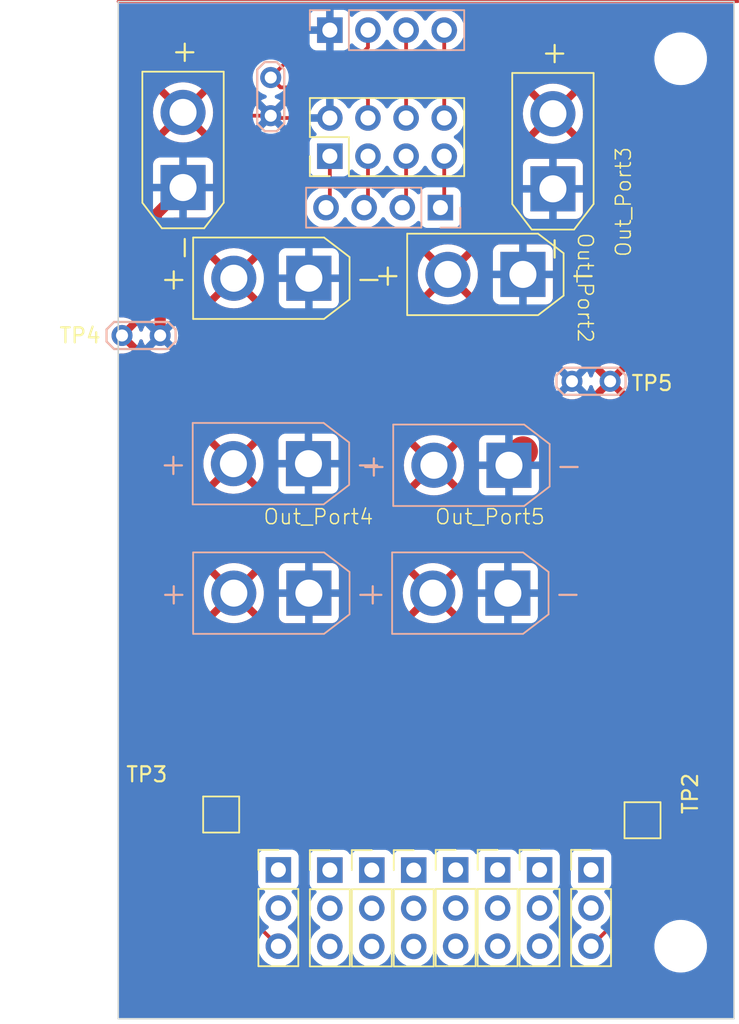
<source format=kicad_pcb>
(kicad_pcb (version 20221018) (generator pcbnew)
  (layers (0 "F.Cu" signal) (31 "B.Cu" signal) (34 "B.Paste" user) (35 "F.Paste" user) (36 "B.SilkS" user "B.Silkscreen") (37 "F.SilkS" user "F.Silkscreen") (38 "B.Mask" user) (39 "F.Mask" user) (44 "Edge.Cuts" user))
  (net 0 "")
  (net 1 "/C8")
  (net 2 "/SPI2_MOSI")
  (net 3 "/SPI2_MISO")
  (net 4 "/SPI2_CS")
  (net 5 "/C1")
  (net 6 "/A2")
  (net 7 "/B2")
  (net 8 "/C2")
  (net 9 "/A3")
  (net 10 "/B3")
  (net 11 "/C3")
  (net 12 "/A4")
  (net 13 "/B4")
  (net 14 "/C4")
  (net 15 "/A5")
  (net 16 "/B5")
  (net 17 "/C5")
  (net 18 "/A6")
  (net 19 "/B6")
  (net 20 "/C6")
  (net 21 "/A7")
  (net 22 "/B7")
  (net 23 "/C7")
  (net 24 "/SPI2_CLK")
  (net 25 "/A8M (GND)")
  (net 26 "/B8 (5V)")
  (net 27 "/I2C2_SDA")
  (net 28 "/I2C2_SCL")
  (net 29 "+24V")
  (net 30 "GND")
  (net 31 "+3.3V")
  (net 32 "/A1 (GND)")
  (net 33 "/B1 (5V)")
  (footprint "dev_board_footprints:AMASS_XT30UPB-F_1x02_P5.0mm_Vertical_small_courtyards" (layer "F.Cu") (at 215.011 42.211 90)
    (fp_text reference "Out_Port3" (at -0.969 4.699 90 unlocked) (layer "F.SilkS") (effects (font (thickness 0.1))))
    (fp_text value "Conn_01x02" hide)
    (fp_text user "+" (at 8.9 0 90) (layer "F.SilkS") (effects (font (size 1.5 1.5))))
    (fp_text user "-" (at -4.1 0 90) (layer "F.SilkS") (effects (font (size 1.5 1.5))))
    (fp_line (start -2.81 -1.41) (end -2.81 1.41) (stroke (width 0.12)) (layer "F.SilkS"))
    (fp_line (start -2.81 -1.41) (end -1.11 -2.71) (stroke (width 0.12)) (layer "F.SilkS"))
    (fp_line (start -2.81 1.41) (end -1.11 2.71) (stroke (width 0.12)) (layer "F.SilkS"))
    (fp_line (start -1.11 -2.71) (end 7.61 -2.71) (stroke (width 0.12)) (layer "F.SilkS"))
    (fp_line (start -1.11 2.71) (end 7.61 2.71) (stroke (width 0.12)) (layer "F.SilkS"))
    (fp_line (start 7.61 -2.71) (end 7.61 2.71) (stroke (width 0.12)) (layer "F.SilkS"))
    (pad "1" thru_hole rect (at -0.1 0 90) (size 3 3) (drill 1.8) (layers "*.Cu" "*.Mask") (net 30 "GND"))
    (pad "2" thru_hole circle (at 4.9 0 90) (size 3 3) (drill 1.8) (layers "*.Cu" "*.Mask") (net 29 "+24V"))
  )
  (footprint "dev_board_footprints:PinHeader_1x03_2.54mm_Vertical_small_courtyards" (layer "F.Cu") (at 211.328 87.63)
    (fp_text reference "PWM_R3" hide)
    (fp_text value "Conn_01x03" hide)
    (fp_line (start -1.33 -1.33) (end 0 -1.33) (stroke (width 0.12)) (layer "F.SilkS"))
    (fp_line (start -1.33 0) (end -1.33 -1.33) (stroke (width 0.12)) (layer "F.SilkS"))
    (fp_line (start -1.33 1.27) (end -1.33 6.41) (stroke (width 0.12)) (layer "F.SilkS"))
    (fp_line (start -1.33 1.27) (end 1.33 1.27) (stroke (width 0.12)) (layer "F.SilkS"))
    (fp_line (start -1.33 6.41) (end 1.33 6.41) (stroke (width 0.12)) (layer "F.SilkS"))
    (fp_line (start 1.33 1.27) (end 1.33 6.41) (stroke (width 0.12)) (layer "F.SilkS"))
    (pad "1" thru_hole rect (at 0 0) (size 1.7 1.7) (drill 1) (layers "*.Cu" "*.Mask") (net 9 "/A3"))
    (pad "2" thru_hole oval (at 0 2.54) (size 1.7 1.7) (drill 1) (layers "*.Cu" "*.Mask") (net 10 "/B3"))
    (pad "3" thru_hole oval (at 0 5.08) (size 1.7 1.7) (drill 1) (layers "*.Cu" "*.Mask") (net 11 "/C3"))
  )
  (footprint "" (layer "F.Cu") (at 223.52 92.71)
    (fp_text reference "" (at 0 0) (layer "F.SilkS") (effects (font (size 1.27 1.27))))
    (fp_text value "" (at 0 0) (layer "F.SilkS") (effects (font (size 1.27 1.27))))
    (pad "" np_thru_hole circle (at 0 0) (size 3 3) (drill 3) (layers "F&B.Cu" "*.Mask"))
  )
  (footprint "Connector_PinHeader_2.54mm:PinHeader_2x04_P2.54mm_Vertical" (layer "F.Cu") (at 200.152 40.137 90)
    (fp_text reference "IO_Port1" hide)
    (fp_text value "Conn_02x04_Odd_Even" hide)
    (fp_line (start -1.33 -1.33) (end 0 -1.33) (stroke (width 0.12)) (layer "F.SilkS"))
    (fp_line (start -1.33 0) (end -1.33 -1.33) (stroke (width 0.12)) (layer "F.SilkS"))
    (fp_line (start -1.33 1.27) (end -1.33 8.95) (stroke (width 0.12)) (layer "F.SilkS"))
    (fp_line (start -1.33 1.27) (end 1.27 1.27) (stroke (width 0.12)) (layer "F.SilkS"))
    (fp_line (start -1.33 8.95) (end 3.87 8.95) (stroke (width 0.12)) (layer "F.SilkS"))
    (fp_line (start 1.27 -1.33) (end 3.87 -1.33) (stroke (width 0.12)) (layer "F.SilkS"))
    (fp_line (start 1.27 1.27) (end 1.27 -1.33) (stroke (width 0.12)) (layer "F.SilkS"))
    (fp_line (start 3.87 -1.33) (end 3.87 8.95) (stroke (width 0.12)) (layer "F.SilkS"))
    (pad "1" thru_hole rect (at 0 0 90) (size 1.7 1.7) (drill 1) (layers "*.Cu" "*.Mask") (net 4 "/SPI2_CS"))
    (pad "2" thru_hole oval (at 2.54 0 90) (size 1.7 1.7) (drill 1) (layers "*.Cu" "*.Mask") (net 30 "GND"))
    (pad "3" thru_hole oval (at 0 2.54 90) (size 1.7 1.7) (drill 1) (layers "*.Cu" "*.Mask") (net 24 "/SPI2_CLK"))
    (pad "4" thru_hole oval (at 2.54 2.54 90) (size 1.7 1.7) (drill 1) (layers "*.Cu" "*.Mask") (net 31 "+3.3V"))
    (pad "5" thru_hole oval (at 0 5.08 90) (size 1.7 1.7) (drill 1) (layers "*.Cu" "*.Mask") (net 2 "/SPI2_MOSI"))
    (pad "6" thru_hole oval (at 2.54 5.08 90) (size 1.7 1.7) (drill 1) (layers "*.Cu" "*.Mask") (net 28 "/I2C2_SCL"))
    (pad "7" thru_hole oval (at 0 7.62 90) (size 1.7 1.7) (drill 1) (layers "*.Cu" "*.Mask") (net 3 "/SPI2_MISO"))
    (pad "8" thru_hole oval (at 2.54 7.62 90) (size 1.7 1.7) (drill 1) (layers "*.Cu" "*.Mask") (net 27 "/I2C2_SDA"))
  )
  (footprint "" (layer "F.Cu") (at 182.245 92.71)
    (fp_text reference "" (at 0 0) (layer "F.SilkS") (effects (font (size 1.27 1.27))))
    (fp_text value "" (at 0 0) (layer "F.SilkS") (effects (font (size 1.27 1.27))))
    (pad "" np_thru_hole circle (at 0 0) (size 3 3) (drill 3) (layers "F&B.Cu" "*.Mask"))
  )
  (footprint "" (layer "F.Cu") (at 182.245 33.655)
    (fp_text reference "" (at -1.27 -1.27) (layer "F.SilkS") (effects (font (size 1.27 1.27))))
    (fp_text value "" (at -1.27 -1.27) (layer "F.SilkS") (effects (font (size 1.27 1.27))))
    (pad "" np_thru_hole circle (at 0 0) (size 3 3) (drill 3) (layers "F&B.Cu" "*.Mask"))
  )
  (footprint "dev_board_footprints:PinHeader_1x03_2.54mm_Vertical_small_courtyards" (layer "F.Cu") (at 214.122 87.63)
    (fp_text reference "PWM_R2" hide)
    (fp_text value "Conn_01x03" hide)
    (fp_line (start -1.33 -1.33) (end 0 -1.33) (stroke (width 0.12)) (layer "F.SilkS"))
    (fp_line (start -1.33 0) (end -1.33 -1.33) (stroke (width 0.12)) (layer "F.SilkS"))
    (fp_line (start -1.33 1.27) (end -1.33 6.41) (stroke (width 0.12)) (layer "F.SilkS"))
    (fp_line (start -1.33 1.27) (end 1.33 1.27) (stroke (width 0.12)) (layer "F.SilkS"))
    (fp_line (start -1.33 6.41) (end 1.33 6.41) (stroke (width 0.12)) (layer "F.SilkS"))
    (fp_line (start 1.33 1.27) (end 1.33 6.41) (stroke (width 0.12)) (layer "F.SilkS"))
    (pad "1" thru_hole rect (at 0 0) (size 1.7 1.7) (drill 1) (layers "*.Cu" "*.Mask") (net 6 "/A2"))
    (pad "2" thru_hole oval (at 0 2.54) (size 1.7 1.7) (drill 1) (layers "*.Cu" "*.Mask") (net 7 "/B2"))
    (pad "3" thru_hole oval (at 0 5.08) (size 1.7 1.7) (drill 1) (layers "*.Cu" "*.Mask") (net 8 "/C2"))
  )
  (footprint "TestPoint:TestPoint_Pad_2.0x2.0mm" (layer "F.Cu") (at 220.98 84.328)
    (fp_text reference "TP2" (at 3.175 -1.778 -90) (layer "F.SilkS"))
    (fp_text value "TestPoint" hide)
    (fp_line (start -1.2 -1.2) (end 1.2 -1.2) (stroke (width 0.12)) (layer "F.SilkS"))
    (fp_line (start -1.2 1.2) (end -1.2 -1.2) (stroke (width 0.12)) (layer "F.SilkS"))
    (fp_line (start 1.2 -1.2) (end 1.2 1.2) (stroke (width 0.12)) (layer "F.SilkS"))
    (fp_line (start 1.2 1.2) (end -1.2 1.2) (stroke (width 0.12)) (layer "F.SilkS"))
    (pad "1" smd rect (at 0 0) (size 2 2) (layers "F.Cu" "F.Mask") (net 5 "/C1"))
  )
  (footprint "" (layer "F.Cu") (at 223.52 33.655)
    (fp_text reference "" (at 0 0) (layer "F.SilkS") (effects (font (size 1.27 1.27))))
    (fp_text value "" (at 0 0) (layer "F.SilkS") (effects (font (size 1.27 1.27))))
    (pad "" np_thru_hole circle (at 0 0) (size 3 3) (drill 3) (layers "F&B.Cu" "*.Mask"))
  )
  (footprint "dev_board_footprints:PinHeader_1x03_2.54mm_Vertical_small_courtyards" (layer "F.Cu") (at 217.551 87.63)
    (fp_text reference "PWM_R1" hide)
    (fp_text value "Conn_01x03" hide)
    (fp_line (start -1.33 -1.33) (end 0 -1.33) (stroke (width 0.12)) (layer "F.SilkS"))
    (fp_line (start -1.33 0) (end -1.33 -1.33) (stroke (width 0.12)) (layer "F.SilkS"))
    (fp_line (start -1.33 1.27) (end -1.33 6.41) (stroke (width 0.12)) (layer "F.SilkS"))
    (fp_line (start -1.33 1.27) (end 1.33 1.27) (stroke (width 0.12)) (layer "F.SilkS"))
    (fp_line (start -1.33 6.41) (end 1.33 6.41) (stroke (width 0.12)) (layer "F.SilkS"))
    (fp_line (start 1.33 1.27) (end 1.33 6.41) (stroke (width 0.12)) (layer "F.SilkS"))
    (pad "1" thru_hole rect (at 0 0) (size 1.7 1.7) (drill 1) (layers "*.Cu" "*.Mask") (net 32 "/A1 (GND)"))
    (pad "2" thru_hole oval (at 0 2.54) (size 1.7 1.7) (drill 1) (layers "*.Cu" "*.Mask") (net 33 "/B1 (5V)"))
    (pad "3" thru_hole oval (at 0 5.08) (size 1.7 1.7) (drill 1) (layers "*.Cu" "*.Mask") (net 5 "/C1"))
  )
  (footprint "dev_board_footprints:PinHeader_1x03_2.54mm_Vertical_small_courtyards" (layer "F.Cu") (at 205.74 87.645)
    (fp_text reference "PWM_R5" hide)
    (fp_text value "Conn_01x03" hide)
    (fp_line (start -1.33 -1.33) (end 0 -1.33) (stroke (width 0.12)) (layer "F.SilkS"))
    (fp_line (start -1.33 0) (end -1.33 -1.33) (stroke (width 0.12)) (layer "F.SilkS"))
    (fp_line (start -1.33 1.27) (end -1.33 6.41) (stroke (width 0.12)) (layer "F.SilkS"))
    (fp_line (start -1.33 1.27) (end 1.33 1.27) (stroke (width 0.12)) (layer "F.SilkS"))
    (fp_line (start -1.33 6.41) (end 1.33 6.41) (stroke (width 0.12)) (layer "F.SilkS"))
    (fp_line (start 1.33 1.27) (end 1.33 6.41) (stroke (width 0.12)) (layer "F.SilkS"))
    (pad "1" thru_hole rect (at 0 0) (size 1.7 1.7) (drill 1) (layers "*.Cu" "*.Mask") (net 15 "/A5"))
    (pad "2" thru_hole oval (at 0 2.54) (size 1.7 1.7) (drill 1) (layers "*.Cu" "*.Mask") (net 16 "/B5"))
    (pad "3" thru_hole oval (at 0 5.08) (size 1.7 1.7) (drill 1) (layers "*.Cu" "*.Mask") (net 17 "/C5"))
  )
  (footprint "dev_board_footprints:AMASS_XT30UPB-F_1x02_P5.0mm_Vertical_small_courtyards" (layer "F.Cu") (at 212.913 48.006 180)
    (fp_text reference "Out_Port2" (at -4.257 -0.889 270 unlocked) (layer "F.SilkS") (effects (font (thickness 0.1))))
    (fp_text value "Conn_01x02" hide)
    (fp_text user "+" (at 8.9 0) (layer "F.SilkS") (effects (font (size 1.5 1.5))))
    (fp_text user "-" (at -4.1 0) (layer "F.SilkS") (effects (font (size 1.5 1.5))))
    (fp_line (start -2.81 -1.41) (end -2.81 1.41) (stroke (width 0.12)) (layer "F.SilkS"))
    (fp_line (start -2.81 -1.41) (end -1.11 -2.71) (stroke (width 0.12)) (layer "F.SilkS"))
    (fp_line (start -2.81 1.41) (end -1.11 2.71) (stroke (width 0.12)) (layer "F.SilkS"))
    (fp_line (start -1.11 -2.71) (end 7.61 -2.71) (stroke (width 0.12)) (layer "F.SilkS"))
    (fp_line (start -1.11 2.71) (end 7.61 2.71) (stroke (width 0.12)) (layer "F.SilkS"))
    (fp_line (start 7.61 -2.71) (end 7.61 2.71) (stroke (width 0.12)) (layer "F.SilkS"))
    (pad "1" thru_hole rect (at -0.1 0 180) (size 3 3) (drill 1.8) (layers "*.Cu" "*.Mask") (net 30 "GND"))
    (pad "2" thru_hole circle (at 4.9 0 180) (size 3 3) (drill 1.8) (layers "*.Cu" "*.Mask") (net 29 "+24V"))
  )
  (footprint "TestPoint:TestPoint_Pad_2.0x2.0mm" (layer "F.Cu") (at 192.913 83.947)
    (fp_text reference "TP3" (at -4.953 -2.667 180) (layer "F.SilkS"))
    (fp_text value "TestPoint" hide)
    (fp_line (start -1.2 -1.2) (end 1.2 -1.2) (stroke (width 0.12)) (layer "F.SilkS"))
    (fp_line (start -1.2 1.2) (end -1.2 -1.2) (stroke (width 0.12)) (layer "F.SilkS"))
    (fp_line (start 1.2 -1.2) (end 1.2 1.2) (stroke (width 0.12)) (layer "F.SilkS"))
    (fp_line (start 1.2 1.2) (end -1.2 1.2) (stroke (width 0.12)) (layer "F.SilkS"))
    (pad "1" smd rect (at 0 0) (size 2 2) (layers "F.Cu" "F.Mask") (net 1 "/C8"))
  )
  (footprint "dev_board_footprints:PinHeader_1x03_2.54mm_Vertical_small_courtyards" (layer "F.Cu") (at 196.723 87.63)
    (fp_text reference "DBUS1" hide)
    (fp_text value "Conn_01x03" hide)
    (fp_line (start -1.33 -1.33) (end 0 -1.33) (stroke (width 0.12)) (layer "F.SilkS"))
    (fp_line (start -1.33 0) (end -1.33 -1.33) (stroke (width 0.12)) (layer "F.SilkS"))
    (fp_line (start -1.33 1.27) (end -1.33 6.41) (stroke (width 0.12)) (layer "F.SilkS"))
    (fp_line (start -1.33 1.27) (end 1.33 1.27) (stroke (width 0.12)) (layer "F.SilkS"))
    (fp_line (start -1.33 6.41) (end 1.33 6.41) (stroke (width 0.12)) (layer "F.SilkS"))
    (fp_line (start 1.33 1.27) (end 1.33 6.41) (stroke (width 0.12)) (layer "F.SilkS"))
    (pad "1" thru_hole rect (at 0 0) (size 1.7 1.7) (drill 1) (layers "*.Cu" "*.Mask") (net 25 "/A8M (GND)"))
    (pad "2" thru_hole oval (at 0 2.54) (size 1.7 1.7) (drill 1) (layers "*.Cu" "*.Mask") (net 26 "/B8 (5V)"))
    (pad "3" thru_hole oval (at 0 5.08) (size 1.7 1.7) (drill 1) (layers "*.Cu" "*.Mask") (net 1 "/C8"))
  )
  (footprint "dev_board_footprints:PinHeader_1x03_2.54mm_Vertical_small_courtyards" (layer "F.Cu") (at 202.946 87.645)
    (fp_text reference "PWM_R6" hide)
    (fp_text value "Conn_01x03" hide)
    (fp_line (start -1.33 -1.33) (end 0 -1.33) (stroke (width 0.12)) (layer "F.SilkS"))
    (fp_line (start -1.33 0) (end -1.33 -1.33) (stroke (width 0.12)) (layer "F.SilkS"))
    (fp_line (start -1.33 1.27) (end -1.33 6.41) (stroke (width 0.12)) (layer "F.SilkS"))
    (fp_line (start -1.33 1.27) (end 1.33 1.27) (stroke (width 0.12)) (layer "F.SilkS"))
    (fp_line (start -1.33 6.41) (end 1.33 6.41) (stroke (width 0.12)) (layer "F.SilkS"))
    (fp_line (start 1.33 1.27) (end 1.33 6.41) (stroke (width 0.12)) (layer "F.SilkS"))
    (pad "1" thru_hole rect (at 0 0) (size 1.7 1.7) (drill 1) (layers "*.Cu" "*.Mask") (net 18 "/A6"))
    (pad "2" thru_hole oval (at 0 2.54) (size 1.7 1.7) (drill 1) (layers "*.Cu" "*.Mask") (net 19 "/B6"))
    (pad "3" thru_hole oval (at 0 5.08) (size 1.7 1.7) (drill 1) (layers "*.Cu" "*.Mask") (net 20 "/C6"))
  )
  (footprint "dev_board_footprints:AMASS_XT30UPB-F_1x02_P5.0mm_Vertical_small_courtyards" (layer "F.Cu") (at 198.655 48.26 180)
    (fp_text reference "Out_Port1" hide)
    (fp_text value "Conn_01x02" hide)
    (fp_text user "+" (at 8.9 0) (layer "F.SilkS") (effects (font (size 1.5 1.5))))
    (fp_text user "-" (at -4.1 0) (layer "F.SilkS") (effects (font (size 1.5 1.5))))
    (fp_line (start -2.81 -1.41) (end -2.81 1.41) (stroke (width 0.12)) (layer "F.SilkS"))
    (fp_line (start -2.81 -1.41) (end -1.11 -2.71) (stroke (width 0.12)) (layer "F.SilkS"))
    (fp_line (start -2.81 1.41) (end -1.11 2.71) (stroke (width 0.12)) (layer "F.SilkS"))
    (fp_line (start -1.11 -2.71) (end 7.61 -2.71) (stroke (width 0.12)) (layer "F.SilkS"))
    (fp_line (start -1.11 2.71) (end 7.61 2.71) (stroke (width 0.12)) (layer "F.SilkS"))
    (fp_line (start 7.61 -2.71) (end 7.61 2.71) (stroke (width 0.12)) (layer "F.SilkS"))
    (pad "1" thru_hole rect (at -0.1 0 180) (size 3 3) (drill 1.8) (layers "*.Cu" "*.Mask") (net 30 "GND"))
    (pad "2" thru_hole circle (at 4.9 0 180) (size 3 3) (drill 1.8) (layers "*.Cu" "*.Mask") (net 29 "+24V"))
  )
  (footprint "dev_board_footprints:PinHeader_1x03_2.54mm_Vertical_small_courtyards" (layer "F.Cu") (at 200.152 87.645)
    (fp_text reference "PWM_R7" hide)
    (fp_text value "Conn_01x03" hide)
    (fp_line (start -1.33 -1.33) (end 0 -1.33) (stroke (width 0.12)) (layer "F.SilkS"))
    (fp_line (start -1.33 0) (end -1.33 -1.33) (stroke (width 0.12)) (layer "F.SilkS"))
    (fp_line (start -1.33 1.27) (end -1.33 6.41) (stroke (width 0.12)) (layer "F.SilkS"))
    (fp_line (start -1.33 1.27) (end 1.33 1.27) (stroke (width 0.12)) (layer "F.SilkS"))
    (fp_line (start -1.33 6.41) (end 1.33 6.41) (stroke (width 0.12)) (layer "F.SilkS"))
    (fp_line (start 1.33 1.27) (end 1.33 6.41) (stroke (width 0.12)) (layer "F.SilkS"))
    (pad "1" thru_hole rect (at 0 0) (size 1.7 1.7) (drill 1) (layers "*.Cu" "*.Mask") (net 21 "/A7"))
    (pad "2" thru_hole oval (at 0 2.54) (size 1.7 1.7) (drill 1) (layers "*.Cu" "*.Mask") (net 22 "/B7"))
    (pad "3" thru_hole oval (at 0 5.08) (size 1.7 1.7) (drill 1) (layers "*.Cu" "*.Mask") (net 23 "/C7"))
  )
  (footprint "dev_board_footprints:AMASS_XT30UPB-M_1x02_P5.0mm_Vertical_small_courtyards" (layer "F.Cu") (at 190.373 42.124 90)
    (fp_text reference "In_Port1" hide)
    (fp_text value "Conn_01x02" hide)
    (fp_text user "+" (at 8.9 0 90) (layer "F.SilkS") (effects (font (size 1.5 1.5))))
    (fp_text user "-" (at -4.1 0 90) (layer "F.SilkS") (effects (font (size 1.5 1.5))))
    (fp_line (start -2.81 -1.41) (end -2.81 1.41) (stroke (width 0.12)) (layer "F.SilkS"))
    (fp_line (start -2.81 -1.41) (end -1.11 -2.71) (stroke (width 0.12)) (layer "F.SilkS"))
    (fp_line (start -2.81 1.41) (end -1.11 2.71) (stroke (width 0.12)) (layer "F.SilkS"))
    (fp_line (start -1.11 -2.71) (end 7.61 -2.71) (stroke (width 0.12)) (layer "F.SilkS"))
    (fp_line (start -1.11 2.71) (end 7.61 2.71) (stroke (width 0.12)) (layer "F.SilkS"))
    (fp_line (start 7.61 -2.71) (end 7.61 2.71) (stroke (width 0.12)) (layer "F.SilkS"))
    (pad "1" thru_hole rect (at -0.1 0 90) (size 3 3) (drill 1.8) (layers "*.Cu" "*.Mask") (net 30 "GND"))
    (pad "2" thru_hole circle (at 4.9 0 90) (size 3 3) (drill 1.8) (layers "*.Cu" "*.Mask") (net 29 "+24V"))
  )
  (footprint "dev_board_footprints:PinHeader_1x03_2.54mm_Vertical_small_courtyards" (layer "F.Cu") (at 208.534 87.63)
    (fp_text reference "PWM_R4" hide)
    (fp_text value "Conn_01x03" hide)
    (fp_line (start -1.33 -1.33) (end 0 -1.33) (stroke (width 0.12)) (layer "F.SilkS"))
    (fp_line (start -1.33 0) (end -1.33 -1.33) (stroke (width 0.12)) (layer "F.SilkS"))
    (fp_line (start -1.33 1.27) (end -1.33 6.41) (stroke (width 0.12)) (layer "F.SilkS"))
    (fp_line (start -1.33 1.27) (end 1.33 1.27) (stroke (width 0.12)) (layer "F.SilkS"))
    (fp_line (start -1.33 6.41) (end 1.33 6.41) (stroke (width 0.12)) (layer "F.SilkS"))
    (fp_line (start 1.33 1.27) (end 1.33 6.41) (stroke (width 0.12)) (layer "F.SilkS"))
    (pad "1" thru_hole rect (at 0 0) (size 1.7 1.7) (drill 1) (layers "*.Cu" "*.Mask") (net 12 "/A4"))
    (pad "2" thru_hole oval (at 0 2.54) (size 1.7 1.7) (drill 1) (layers "*.Cu" "*.Mask") (net 13 "/B4"))
    (pad "3" thru_hole oval (at 0 5.08) (size 1.7 1.7) (drill 1) (layers "*.Cu" "*.Mask") (net 14 "/C4"))
  )
  (footprint "Connector_PinHeader_2.54mm:PinHeader_1x04_P2.54mm_Vertical" (layer "B.Cu") (at 200.152 31.75 -90)
    (fp_text reference "J2" hide)
    (fp_text value "Conn_01x04" hide)
    (fp_line (start -1.33 -8.95) (end 1.33 -8.95) (stroke (width 0.12)) (layer "B.SilkS"))
    (fp_line (start -1.33 -1.27) (end -1.33 -8.95) (stroke (width 0.12)) (layer "B.SilkS"))
    (fp_line (start -1.33 -1.27) (end 1.33 -1.27) (stroke (width 0.12)) (layer "B.SilkS"))
    (fp_line (start -1.33 0) (end -1.33 1.33) (stroke (width 0.12)) (layer "B.SilkS"))
    (fp_line (start -1.33 1.33) (end 0 1.33) (stroke (width 0.12)) (layer "B.SilkS"))
    (fp_line (start 1.33 -1.27) (end 1.33 -8.95) (stroke (width 0.12)) (layer "B.SilkS"))
    (pad "1" thru_hole rect (at 0 0 270) (size 1.7 1.7) (drill 1) (layers "*.Cu" "*.Mask") (net 30 "GND"))
    (pad "2" thru_hole oval (at 0 -2.54 270) (size 1.7 1.7) (drill 1) (layers "*.Cu" "*.Mask") (net 31 "+3.3V"))
    (pad "3" thru_hole oval (at 0 -5.08 270) (size 1.7 1.7) (drill 1) (layers "*.Cu" "*.Mask") (net 28 "/I2C2_SCL"))
    (pad "4" thru_hole oval (at 0 -7.62 270) (size 1.7 1.7) (drill 1) (layers "*.Cu" "*.Mask") (net 27 "/I2C2_SDA"))
  )
  (footprint "dev_board_footprints:AMASS_XT30UPB-F_1x02_P5.0mm_Vertical_small_courtyards" (layer "B.Cu") (at 211.984 60.706 180)
    (fp_text reference "Out_Port5" (at 1.164 -3.429 unlocked) (layer "F.SilkS") (effects (font (thickness 0.1))))
    (fp_text value "Conn_01x02" hide)
    (fp_text user "-" (at -4.1 0) (layer "B.SilkS") (effects (font (size 1.5 1.5)) (justify mirror)))
    (fp_text user "+" (at 8.9 0) (layer "B.SilkS") (effects (font (size 1.5 1.5)) (justify mirror)))
    (fp_line (start -2.81 -1.41) (end -1.11 -2.71) (stroke (width 0.12)) (layer "B.SilkS"))
    (fp_line (start -2.81 1.41) (end -2.81 -1.41) (stroke (width 0.12)) (layer "B.SilkS"))
    (fp_line (start -2.81 1.41) (end -1.11 2.71) (stroke (width 0.12)) (layer "B.SilkS"))
    (fp_line (start -1.11 -2.71) (end 7.61 -2.71) (stroke (width 0.12)) (layer "B.SilkS"))
    (fp_line (start -1.11 2.71) (end 7.61 2.71) (stroke (width 0.12)) (layer "B.SilkS"))
    (fp_line (start 7.61 2.71) (end 7.61 -2.71) (stroke (width 0.12)) (layer "B.SilkS"))
    (pad "1" thru_hole rect (at -0.1 0 180) (size 3 3) (drill 1.8) (layers "*.Cu" "*.Mask") (net 30 "GND"))
    (pad "2" thru_hole circle (at 4.9 0 180) (size 3 3) (drill 1.8) (layers "*.Cu" "*.Mask") (net 29 "+24V"))
  )
  (footprint "TestPoint:TestPoint_2Pads_Pitch2.54mm_Drill0.8mm" (layer "B.Cu") (at 188.849 52.07 180)
    (fp_text reference "TP4" (at 5.334 0) (layer "F.SilkS"))
    (fp_text value "TestPoint_2Pole")
    (fp_line (start -1.03 -0.4) (end -1.03 0.4) (stroke (width 0.15)) (layer "B.SilkS"))
    (fp_line (start -1.03 0.4) (end -0.53 0.9) (stroke (width 0.15)) (layer "B.SilkS"))
    (fp_line (start -0.53 -0.9) (end -1.03 -0.4) (stroke (width 0.15)) (layer "B.SilkS"))
    (fp_line (start -0.53 0.9) (end 3.07 0.9) (stroke (width 0.15)) (layer "B.SilkS"))
    (fp_line (start 3.07 -0.9) (end -0.53 -0.9) (stroke (width 0.15)) (layer "B.SilkS"))
    (fp_line (start 3.07 0.9) (end 3.57 0.4) (stroke (width 0.15)) (layer "B.SilkS"))
    (fp_line (start 3.57 -0.4) (end 3.07 -0.9) (stroke (width 0.15)) (layer "B.SilkS"))
    (fp_line (start 3.57 0.4) (end 3.57 -0.4) (stroke (width 0.15)) (layer "B.SilkS"))
    (pad "1" thru_hole circle (at 0 0 180) (size 1.4 1.4) (drill 0.8) (layers "*.Cu" "*.Mask") (net 30 "GND"))
    (pad "2" thru_hole circle (at 2.54 0 180) (size 1.4 1.4) (drill 0.8) (layers "*.Cu" "*.Mask") (net 29 "+24V"))
  )
  (footprint "TestPoint:TestPoint_2Pads_Pitch2.54mm_Drill0.8mm" (layer "B.Cu") (at 216.281 55.118)
    (fp_text reference "TP5" (at 5.334 0.127) (layer "F.SilkS"))
    (fp_text value "TestPoint_2Pole")
    (fp_line (start -1.03 -0.4) (end -1.03 0.4) (stroke (width 0.15)) (layer "B.SilkS"))
    (fp_line (start -1.03 0.4) (end -0.53 0.9) (stroke (width 0.15)) (layer "B.SilkS"))
    (fp_line (start -0.53 -0.9) (end -1.03 -0.4) (stroke (width 0.15)) (layer "B.SilkS"))
    (fp_line (start -0.53 0.9) (end 3.07 0.9) (stroke (width 0.15)) (layer "B.SilkS"))
    (fp_line (start 3.07 -0.9) (end -0.53 -0.9) (stroke (width 0.15)) (layer "B.SilkS"))
    (fp_line (start 3.07 0.9) (end 3.57 0.4) (stroke (width 0.15)) (layer "B.SilkS"))
    (fp_line (start 3.57 -0.4) (end 3.07 -0.9) (stroke (width 0.15)) (layer "B.SilkS"))
    (fp_line (start 3.57 0.4) (end 3.57 -0.4) (stroke (width 0.15)) (layer "B.SilkS"))
    (pad "1" thru_hole circle (at 0 0) (size 1.4 1.4) (drill 0.8) (layers "*.Cu" "*.Mask") (net 30 "GND"))
    (pad "2" thru_hole circle (at 2.54 0) (size 1.4 1.4) (drill 0.8) (layers "*.Cu" "*.Mask") (net 29 "+24V"))
  )
  (footprint "dev_board_footprints:AMASS_XT30UPB-M_1x02_P5.0mm_Vertical_small_courtyards" (layer "B.Cu") (at 198.655 69.215 180)
    (fp_text reference "In_Port2" hide)
    (fp_text value "Conn_01x02" hide)
    (fp_text user "+" (at 8.9 0) (layer "B.SilkS") (effects (font (size 1.5 1.5)) (justify mirror)))
    (fp_text user "-" (at -4.1 0) (layer "B.SilkS") (effects (font (size 1.5 1.5)) (justify mirror)))
    (fp_line (start -2.81 -1.41) (end -1.11 -2.71) (stroke (width 0.12)) (layer "B.SilkS"))
    (fp_line (start -2.81 1.41) (end -2.81 -1.41) (stroke (width 0.12)) (layer "B.SilkS"))
    (fp_line (start -2.81 1.41) (end -1.11 2.71) (stroke (width 0.12)) (layer "B.SilkS"))
    (fp_line (start -1.11 -2.71) (end 7.61 -2.71) (stroke (width 0.12)) (layer "B.SilkS"))
    (fp_line (start -1.11 2.71) (end 7.61 2.71) (stroke (width 0.12)) (layer "B.SilkS"))
    (fp_line (start 7.61 2.71) (end 7.61 -2.71) (stroke (width 0.12)) (layer "B.SilkS"))
    (pad "1" thru_hole rect (at -0.1 0 180) (size 3 3) (drill 1.8) (layers "*.Cu" "*.Mask") (net 30 "GND"))
    (pad "2" thru_hole circle (at 4.9 0 180) (size 3 3) (drill 1.8) (layers "*.Cu" "*.Mask") (net 29 "+24V"))
  )
  (footprint "dev_board_footprints:AMASS_XT30UPB-F_1x02_P5.0mm_Vertical_small_courtyards" (layer "B.Cu") (at 198.628 60.6 180)
    (fp_text reference "Out_Port4" (at -0.762 -3.535 unlocked) (layer "F.SilkS") (effects (font (thickness 0.1))))
    (fp_text value "Conn_01x02" hide)
    (fp_text user "-" (at -4.1 0) (layer "B.SilkS") (effects (font (size 1.5 1.5)) (justify mirror)))
    (fp_text user "+" (at 8.9 0) (layer "B.SilkS") (effects (font (size 1.5 1.5)) (justify mirror)))
    (fp_line (start -2.81 -1.41) (end -1.11 -2.71) (stroke (width 0.12)) (layer "B.SilkS"))
    (fp_line (start -2.81 1.41) (end -2.81 -1.41) (stroke (width 0.12)) (layer "B.SilkS"))
    (fp_line (start -2.81 1.41) (end -1.11 2.71) (stroke (width 0.12)) (layer "B.SilkS"))
    (fp_line (start -1.11 -2.71) (end 7.61 -2.71) (stroke (width 0.12)) (layer "B.SilkS"))
    (fp_line (start -1.11 2.71) (end 7.61 2.71) (stroke (width 0.12)) (layer "B.SilkS"))
    (fp_line (start 7.61 2.71) (end 7.61 -2.71) (stroke (width 0.12)) (layer "B.SilkS"))
    (pad "1" thru_hole rect (at -0.1 0 180) (size 3 3) (drill 1.8) (layers "*.Cu" "*.Mask") (net 30 "GND"))
    (pad "2" thru_hole circle (at 4.9 0 180) (size 3 3) (drill 1.8) (layers "*.Cu" "*.Mask") (net 29 "+24V"))
  )
  (footprint "TestPoint:TestPoint_2Pads_Pitch2.54mm_Drill0.8mm" (layer "B.Cu") (at 196.215 37.445 90)
    (fp_text reference "TP1" hide)
    (fp_text value "TestPoint_2Pole" hide)
    (fp_line (start -1.03 -0.4) (end -1.03 0.4) (stroke (width 0.15)) (layer "B.SilkS"))
    (fp_line (start -1.03 0.4) (end -0.53 0.9) (stroke (width 0.15)) (layer "B.SilkS"))
    (fp_line (start -0.53 -0.9) (end -1.03 -0.4) (stroke (width 0.15)) (layer "B.SilkS"))
    (fp_line (start -0.53 0.9) (end 3.07 0.9) (stroke (width 0.15)) (layer "B.SilkS"))
    (fp_line (start 3.07 -0.9) (end -0.53 -0.9) (stroke (width 0.15)) (layer "B.SilkS"))
    (fp_line (start 3.07 0.9) (end 3.57 0.4) (stroke (width 0.15)) (layer "B.SilkS"))
    (fp_line (start 3.57 -0.4) (end 3.07 -0.9) (stroke (width 0.15)) (layer "B.SilkS"))
    (fp_line (start 3.57 0.4) (end 3.57 -0.4) (stroke (width 0.15)) (layer "B.SilkS"))
    (pad "1" thru_hole circle (at 0 0 90) (size 1.4 1.4) (drill 0.8) (layers "*.Cu" "*.Mask") (net 30 "GND"))
    (pad "2" thru_hole circle (at 2.54 0 90) (size 1.4 1.4) (drill 0.8) (layers "*.Cu" "*.Mask") (net 31 "+3.3V"))
  )
  (footprint "dev_board_footprints:AMASS_XT30UPB-F_1x02_P5.0mm_Vertical_small_courtyards" (layer "B.Cu") (at 211.91 69.215 180)
    (fp_text reference "Out_Port6" hide)
    (fp_text value "Conn_01x02" hide)
    (fp_text user "+" (at 8.9 0) (layer "B.SilkS") (effects (font (size 1.5 1.5)) (justify mirror)))
    (fp_text user "-" (at -4.1 0) (layer "B.SilkS") (effects (font (size 1.5 1.5)) (justify mirror)))
    (fp_line (start -2.81 -1.41) (end -1.11 -2.71) (stroke (width 0.12)) (layer "B.SilkS"))
    (fp_line (start -2.81 1.41) (end -2.81 -1.41) (stroke (width 0.12)) (layer "B.SilkS"))
    (fp_line (start -2.81 1.41) (end -1.11 2.71) (stroke (width 0.12)) (layer "B.SilkS"))
    (fp_line (start -1.11 -2.71) (end 7.61 -2.71) (stroke (width 0.12)) (layer "B.SilkS"))
    (fp_line (start -1.11 2.71) (end 7.61 2.71) (stroke (width 0.12)) (layer "B.SilkS"))
    (fp_line (start 7.61 2.71) (end 7.61 -2.71) (stroke (width 0.12)) (layer "B.SilkS"))
    (pad "1" thru_hole rect (at -0.1 0 180) (size 3 3) (drill 1.8) (layers "*.Cu" "*.Mask") (net 30 "GND"))
    (pad "2" thru_hole circle (at 4.9 0 180) (size 3 3) (drill 1.8) (layers "*.Cu" "*.Mask") (net 29 "+24V"))
  )
  (footprint "Connector_PinHeader_2.54mm:PinHeader_1x04_P2.54mm_Vertical" (layer "B.Cu") (at 207.518 43.561 90)
    (fp_text reference "J1" hide)
    (fp_text value "Conn_01x04" hide)
    (fp_line (start -1.33 -8.95) (end 1.33 -8.95) (stroke (width 0.12)) (layer "B.SilkS"))
    (fp_line (start -1.33 -1.27) (end -1.33 -8.95) (stroke (width 0.12)) (layer "B.SilkS"))
    (fp_line (start -1.33 -1.27) (end 1.33 -1.27) (stroke (width 0.12)) (layer "B.SilkS"))
    (fp_line (start -1.33 0) (end -1.33 1.33) (stroke (width 0.12)) (layer "B.SilkS"))
    (fp_line (start -1.33 1.33) (end 0 1.33) (stroke (width 0.12)) (layer "B.SilkS"))
    (fp_line (start 1.33 -1.27) (end 1.33 -8.95) (stroke (width 0.12)) (layer "B.SilkS"))
    (pad "1" thru_hole rect (at 0 0 90) (size 1.7 1.7) (drill 1) (layers "*.Cu" "*.Mask") (net 3 "/SPI2_MISO"))
    (pad "2" thru_hole oval (at 0 -2.54 90) (size 1.7 1.7) (drill 1) (layers "*.Cu" "*.Mask") (net 2 "/SPI2_MOSI"))
    (pad "3" thru_hole oval (at 0 -5.08 90) (size 1.7 1.7) (drill 1) (layers "*.Cu" "*.Mask") (net 24 "/SPI2_CLK"))
    (pad "4" thru_hole oval (at 0 -7.62 90) (size 1.7 1.7) (drill 1) (layers "*.Cu" "*.Mask") (net 4 "/SPI2_CS"))
  )
  (gr_line (start 186.055 29.845) (end 227.33 29.845) (stroke (width 0.2)) (layer "F.Cu"))
  (gr_rect (start 186.055 29.845) (end 227.076 97.536) (stroke (width 0.1)) (fill none) (layer "Edge.Cuts"))
  (segment (start 192.913 88.9) (end 196.723 92.71) (width 0.25) (layer "F.Cu") (net 1))
  (segment (start 192.913 83.947) (end 192.913 88.9) (width 0.25) (layer "F.Cu") (net 1))
  (segment (start 205.232 43.307) (end 204.978 43.561) (width 0.25) (layer "F.Cu") (net 2))
  (segment (start 205.232 40.137) (end 205.232 43.307) (width 0.25) (layer "F.Cu") (net 2))
  (segment (start 207.772 40.137) (end 207.772 43.307) (width 0.25) (layer "F.Cu") (net 3))
  (segment (start 207.772 43.307) (end 207.518 43.561) (width 0.25) (layer "F.Cu") (net 3))
  (segment (start 200.152 40.137) (end 200.152 43.307) (width 0.25) (layer "F.Cu") (net 4))
  (segment (start 200.152 43.307) (end 199.898 43.561) (width 0.25) (layer "F.Cu") (net 4))
  (segment (start 220.98 84.328) (end 220.98 89.281) (width 0.25) (layer "F.Cu") (net 5))
  (segment (start 220.98 89.281) (end 217.551 92.71) (width 0.25) (layer "F.Cu") (net 5))
  (segment (start 202.692 40.137) (end 202.692 43.307) (width 0.25) (layer "F.Cu") (net 24))
  (segment (start 202.692 43.307) (end 202.438 43.561) (width 0.25) (layer "F.Cu") (net 24))
  (segment (start 207.772 31.75) (end 207.772 37.597) (width 0.25) (layer "F.Cu") (net 27))
  (segment (start 205.232 31.75) (end 205.232 37.597) (width 0.25) (layer "F.Cu") (net 28))
  (segment (start 193.755 60.573) (end 193.728 60.6) (width 2) (layer "F.Cu") (net 29))
  (segment (start 207.084 69.141) (end 207.01 69.215) (width 2) (layer "F.Cu") (net 29))
  (segment (start 194.925 37.445) (end 196.215 37.445) (width 0.25) (layer "F.Cu") (net 30))
  (segment (start 198.461 60.513) (end 198.628 60.346) (width 0.25) (layer "F.Cu") (net 30))
  (segment (start 198.561 60.767) (end 198.728 60.6) (width 0.25) (layer "F.Cu") (net 30))
  (segment (start 194.31 33.02) (end 194.31 36.83) (width 0.25) (layer "F.Cu") (net 30))
  (segment (start 198.655 68.674) (end 198.655 69.215) (width 0.25) (layer "F.Cu") (net 30))
  (segment (start 188.849 44.704) (end 188.849 52.07) (width 0.75) (layer "F.Cu") (net 30))
  (segment (start 198.755 60.573) (end 198.728 60.6) (width 2) (layer "F.Cu") (net 30))
  (segment (start 188.595 44.002) (end 188.595 44.45) (width 0.75) (layer "F.Cu") (net 30))
  (segment (start 194.31 36.83) (end 194.925 37.445) (width 0.25) (layer "F.Cu") (net 30))
  (segment (start 198.628 48.347) (end 198.969 48.006) (width 0.25) (layer "F.Cu") (net 30))
  (segment (start 188.595 44.45) (end 188.849 44.704) (width 0.75) (layer "F.Cu") (net 30))
  (segment (start 200.152 31.75) (end 195.58 31.75) (width 0.25) (layer "F.Cu") (net 30))
  (segment (start 196.367 37.597) (end 196.215 37.445) (width 0.25) (layer "F.Cu") (net 30))
  (segment (start 200.152 37.597) (end 196.367 37.597) (width 0.25) (layer "F.Cu") (net 30))
  (segment (start 213.013 59.777) (end 212.084 60.706) (width 2) (layer "F.Cu") (net 30))
  (segment (start 195.58 31.75) (end 194.31 33.02) (width 0.25) (layer "F.Cu") (net 30))
  (segment (start 190.373 42.224) (end 188.595 44.002) (width 0.75) (layer "F.Cu") (net 30))
  (segment (start 202.692 36.322) (end 201.93 35.56) (width 0.25) (layer "F.Cu") (net 31))
  (segment (start 197.465 33.655) (end 196.215 34.905) (width 0.25) (layer "F.Cu") (net 31))
  (segment (start 202.692 31.75) (end 202.692 32.893) (width 0.25) (layer "F.Cu") (net 31))
  (segment (start 202.692 37.597) (end 202.692 36.322) (width 0.25) (layer "F.Cu") (net 31))
  (segment (start 201.93 33.655) (end 197.465 33.655) (width 0.25) (layer "F.Cu") (net 31))
  (segment (start 196.87 35.56) (end 196.215 34.905) (width 0.25) (layer "F.Cu") (net 31))
  (segment (start 201.93 35.56) (end 196.87 35.56) (width 0.25) (layer "F.Cu") (net 31))
  (segment (start 202.692 32.893) (end 201.93 33.655) (width 0.25) (layer "F.Cu") (net 31))
  (zone (net 29) (net_name "+24V") (layer "F.Cu") (priority 2) (connect_pads (clearance 0.5)) (min_thickness 0.25) (fill yes (thermal_gap 0.5) (thermal_bridge_width 0.5))
    (polygon (pts (xy 204.47 45.085) (xy 210.185 45.085) (xy 210.185 73.66) (xy 195.58 73.66) (xy 195.58 63.5) (xy 204.47 63.5)))
  )
  (zone (net 29) (net_name "+24V") (layer "F.Cu") (priority 3) (connect_pads (clearance 0.5)) (min_thickness 0.25) (fill yes (thermal_gap 0.5) (thermal_bridge_width 0.5))
    (polygon (pts (xy 220.345 34.29) (xy 220.345 57.15) (xy 209.55 57.15) (xy 209.55 34.29)))
  )
  (zone (net 29) (net_name "+24V") (layer "F.Cu") (priority 1) (connect_pads (clearance 0.5)) (min_thickness 0.25) (fill yes (thermal_gap 0.5) (thermal_bridge_width 0.5))
    (polygon (pts (xy 193.675 33.655) (xy 193.675 43.815) (xy 195.58 43.815) (xy 195.58 73.66) (xy 185.42 73.66) (xy 185.42 33.655) (xy 186.69 33.655)))
  )
  (zone (net 30) (net_name "GND") (layer "B.Cu") (connect_pads (clearance 0.5)) (min_thickness 0.25) (fill yes (thermal_gap 0.5) (thermal_bridge_width 0.5))
    (polygon (pts (xy 178.181 29.972) (xy 227.076 29.972) (xy 227.076 97.536) (xy 178.308 97.917)))
  )
)
</source>
